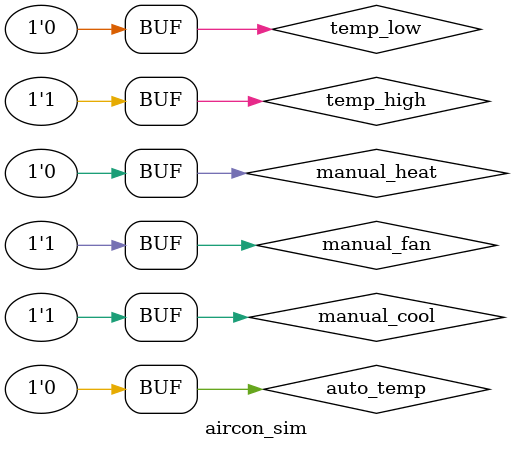
<source format=v>
`timescale 1ns / 1ps
module aircon_sim();
    reg temp_low,temp_high,auto_temp;
    reg manual_heat,manual_cool, manual_fan;
    wire heater_on,cooler_on,fan_on;     
    aircon UUT(.temp_low(temp_low), .temp_high(temp_high), .auto_temp(auto_temp), .manual_heat(manual_heat),
    .manual_cool(manual_cool), .manual_fan(manual_fan), .heater_on(heater_on), .cooler_on(cooler_on), .fan_on(fan_on));
    initial begin
        temp_low=0;
        temp_high=0;
        auto_temp=0;
        manual_heat=0;
        manual_cool=0;
        manual_fan=0;
        #20 temp_low=1;
        #20 temp_high=1;
        #20 auto_temp=1;
        #20 manual_heat=1;
        #20 manual_cool=1;
        #20 manual_fan=1;
                #20 temp_low=1;
                #20 temp_high=0;
                #20 auto_temp=1;
                #20 manual_heat=1;
                #20 manual_cool=0;
                #20 manual_fan=0;
                                #20 temp_low=0;
                                #20 temp_high=1;
                                #20 auto_temp=0;
                                #20 manual_heat=0;
                                #20 manual_cool=1;
                                #20 manual_fan=1;
        #40;     
    end
    initial begin
            $monitor("temp_low=%d, temp_high=%d, auto_temp=%d, manual_heat=%d, manual_cool=%d, manual_fan=%d, heater_on=%d,cooler_on=%d,fan_on=%d",
            temp_low,temp_high,auto_temp,manual_heat,manual_cool, manual_fan,heater_on,cooler_on,fan_on);
        end
    
endmodule

</source>
